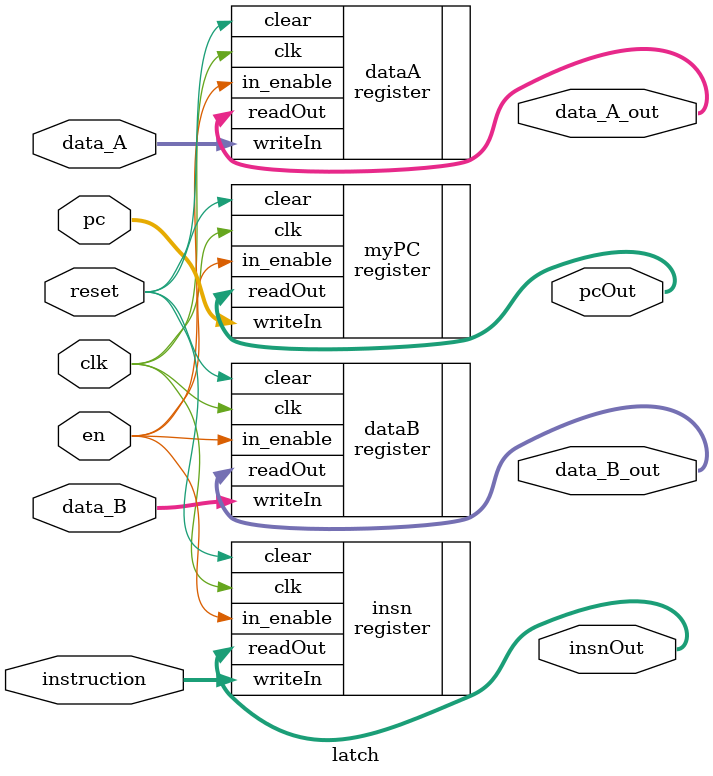
<source format=v>
module latch(pc, instruction, clk, reset, en, data_A, data_B, pcOut, insnOut, data_A_out, data_B_out);
    input clk, reset, en;
    input [31:0] pc, instruction, data_A, data_B;
    output [31:0] pcOut, insnOut, data_A_out, data_B_out;

    register myPC(.readOut(pcOut), .clk(clk), .in_enable(en), .writeIn(pc), .clear(reset));
    register insn(.readOut(insnOut), .clk(clk), .in_enable(en), .writeIn(instruction), .clear(reset));
    register dataA(.readOut(data_A_out), .clk(clk), .in_enable(en), .writeIn(data_A), .clear(reset));
    register dataB(.readOut(data_B_out), .clk(clk), .in_enable(en), .writeIn(data_B), .clear(reset));

endmodule
</source>
